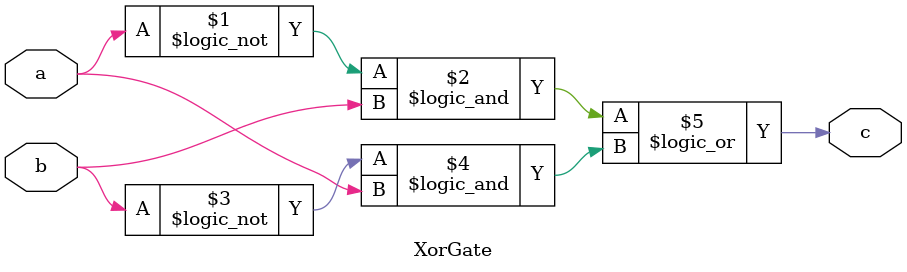
<source format=v>
`timescale 1ns / 1ps


module XorGate(
    input a,
    input b,
    output c
    );
    
    assign c = (!a && b) || (!b && a);
endmodule

</source>
